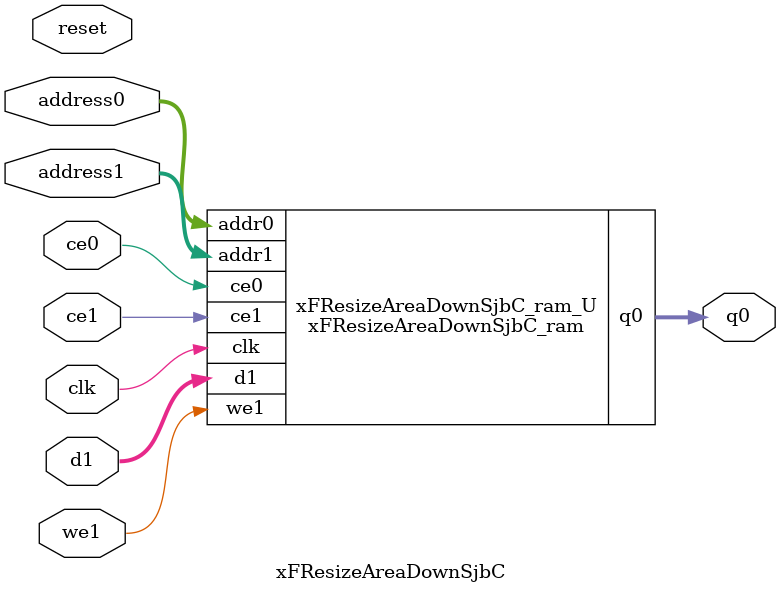
<source format=v>
`timescale 1 ns / 1 ps
module xFResizeAreaDownSjbC_ram (addr0, ce0, q0, addr1, ce1, d1, we1,  clk);

parameter DWIDTH = 24;
parameter AWIDTH = 10;
parameter MEM_SIZE = 640;

input[AWIDTH-1:0] addr0;
input ce0;
output reg[DWIDTH-1:0] q0;
input[AWIDTH-1:0] addr1;
input ce1;
input[DWIDTH-1:0] d1;
input we1;
input clk;

(* ram_style = "block" *)reg [DWIDTH-1:0] ram[0:MEM_SIZE-1];




always @(posedge clk)  
begin 
    if (ce0) 
    begin
        q0 <= ram[addr0];
    end
end


always @(posedge clk)  
begin 
    if (ce1) 
    begin
        if (we1) 
        begin 
            ram[addr1] <= d1; 
        end 
    end
end


endmodule

`timescale 1 ns / 1 ps
module xFResizeAreaDownSjbC(
    reset,
    clk,
    address0,
    ce0,
    q0,
    address1,
    ce1,
    we1,
    d1);

parameter DataWidth = 32'd24;
parameter AddressRange = 32'd640;
parameter AddressWidth = 32'd10;
input reset;
input clk;
input[AddressWidth - 1:0] address0;
input ce0;
output[DataWidth - 1:0] q0;
input[AddressWidth - 1:0] address1;
input ce1;
input we1;
input[DataWidth - 1:0] d1;



xFResizeAreaDownSjbC_ram xFResizeAreaDownSjbC_ram_U(
    .clk( clk ),
    .addr0( address0 ),
    .ce0( ce0 ),
    .q0( q0 ),
    .addr1( address1 ),
    .ce1( ce1 ),
    .we1( we1 ),
    .d1( d1 ));

endmodule


</source>
